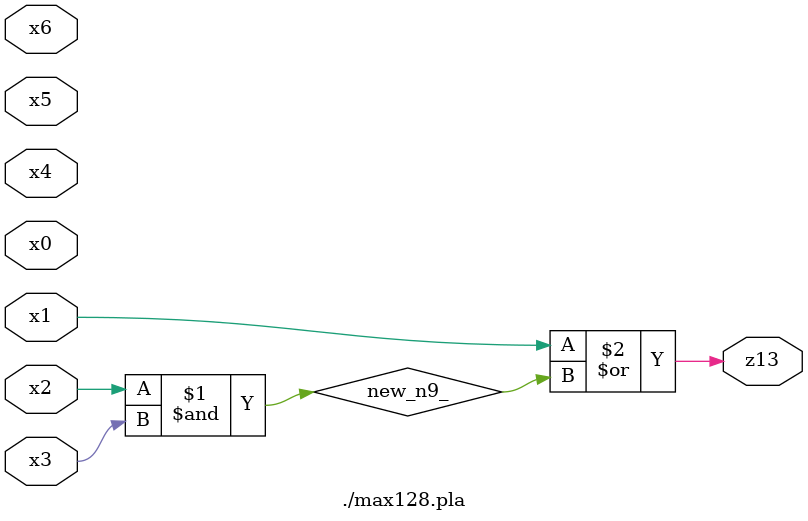
<source format=v>

module \./max128.pla  ( 
    x0, x1, x2, x3, x4, x5, x6,
    z13  );
  input  x0, x1, x2, x3, x4, x5, x6;
  output z13;
  wire new_n9_;
  assign new_n9_ = x2 & x3;
  assign z13 = x1 | new_n9_;
endmodule



</source>
